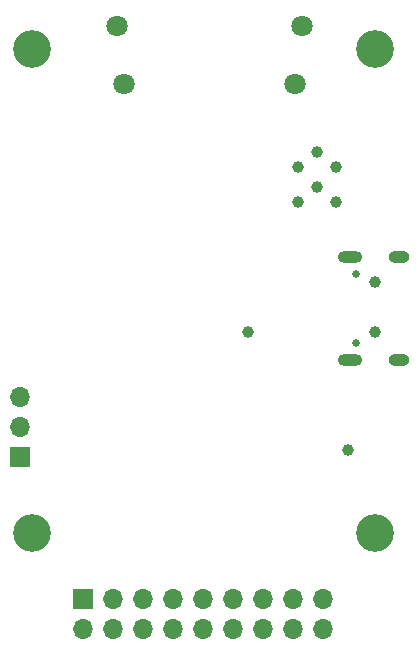
<source format=gbr>
%TF.GenerationSoftware,KiCad,Pcbnew,8.0.6*%
%TF.CreationDate,2025-04-24T20:36:05+02:00*%
%TF.ProjectId,Picroscope,50696372-6f73-4636-9f70-652e6b696361,rev?*%
%TF.SameCoordinates,Original*%
%TF.FileFunction,Soldermask,Bot*%
%TF.FilePolarity,Negative*%
%FSLAX46Y46*%
G04 Gerber Fmt 4.6, Leading zero omitted, Abs format (unit mm)*
G04 Created by KiCad (PCBNEW 8.0.6) date 2025-04-24 20:36:05*
%MOMM*%
%LPD*%
G01*
G04 APERTURE LIST*
%ADD10C,3.200000*%
%ADD11R,1.700000X1.700000*%
%ADD12O,1.700000X1.700000*%
%ADD13C,1.800000*%
%ADD14C,0.650000*%
%ADD15O,2.100000X1.000000*%
%ADD16O,1.800000X1.000000*%
%ADD17C,1.000000*%
G04 APERTURE END LIST*
D10*
%TO.C,H1*%
X125000000Y-74000000D03*
%TD*%
D11*
%TO.C,J4*%
X129300000Y-120625000D03*
D12*
X129300000Y-123165000D03*
X131840000Y-120625000D03*
X131840000Y-123165000D03*
X134379999Y-120625000D03*
X134380000Y-123165000D03*
X136920000Y-120625000D03*
X136920000Y-123165000D03*
X139460000Y-120625000D03*
X139460000Y-123165000D03*
X142000000Y-120625000D03*
X142000000Y-123165000D03*
X144540000Y-120625000D03*
X144540000Y-123165000D03*
X147080001Y-120625000D03*
X147080000Y-123165000D03*
X149620000Y-120625000D03*
X149620000Y-123165000D03*
%TD*%
D13*
%TO.C,J3*%
X147850000Y-72100000D03*
X147250000Y-77000000D03*
X132750000Y-77000000D03*
X132150000Y-72100000D03*
%TD*%
D10*
%TO.C,H2*%
X154000000Y-74000000D03*
%TD*%
%TO.C,H4*%
X154000000Y-115000000D03*
%TD*%
D14*
%TO.C,J1*%
X152395000Y-98890000D03*
X152395000Y-93110000D03*
D15*
X151895000Y-100320000D03*
D16*
X156075000Y-100320000D03*
D15*
X151895000Y-91680000D03*
D16*
X156075000Y-91680000D03*
%TD*%
D10*
%TO.C,H3*%
X125000000Y-115000000D03*
%TD*%
D11*
%TO.C,J2*%
X123975000Y-108540000D03*
D12*
X123975000Y-106000000D03*
X123975000Y-103460001D03*
%TD*%
D17*
%TO.C,TP8*%
X151750000Y-108000000D03*
%TD*%
%TO.C,TP2*%
X150750000Y-84000000D03*
%TD*%
%TO.C,TP3*%
X149135000Y-85750000D03*
%TD*%
%TO.C,TP4*%
X147500000Y-87000000D03*
%TD*%
%TO.C,TP6*%
X147500000Y-84000000D03*
%TD*%
%TO.C,TP7*%
X150750000Y-87000000D03*
%TD*%
%TO.C,TP10*%
X154000000Y-93750000D03*
%TD*%
%TO.C,TP1*%
X143250000Y-98000000D03*
%TD*%
%TO.C,TP9*%
X154000000Y-98000000D03*
%TD*%
%TO.C,TP5*%
X149135000Y-82750000D03*
%TD*%
M02*

</source>
